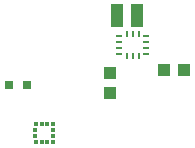
<source format=gbr>
G04 EAGLE Gerber RS-274X export*
G75*
%MOMM*%
%FSLAX34Y34*%
%LPD*%
%INSolderpaste Top*%
%IPPOS*%
%AMOC8*
5,1,8,0,0,1.08239X$1,22.5*%
G01*
%ADD10R,0.800000X0.800000*%
%ADD11R,1.100000X1.000000*%
%ADD12R,0.475000X0.250000*%
%ADD13R,0.250000X0.475000*%
%ADD14R,0.350000X0.375000*%
%ADD15R,0.375000X0.350000*%


D10*
X-89338Y115888D03*
X-104338Y115888D03*
D11*
X26425Y128588D03*
X43425Y128588D03*
D12*
X11625Y141725D03*
X11625Y146725D03*
X11625Y151725D03*
X11625Y156725D03*
D13*
X5000Y158350D03*
X0Y158350D03*
X-5000Y158350D03*
D12*
X-11625Y156725D03*
X-11625Y151725D03*
X-11625Y146725D03*
X-11625Y141725D03*
D13*
X-5000Y140100D03*
X0Y140100D03*
X5000Y140100D03*
D11*
X-19050Y108975D03*
X-19050Y125975D03*
X-13263Y169863D03*
X3738Y169863D03*
X-13263Y179388D03*
X3738Y179388D03*
D14*
X-67113Y82233D03*
X-72113Y82233D03*
X-77113Y82233D03*
X-82113Y82233D03*
X-82113Y66993D03*
X-77113Y66993D03*
X-72113Y66993D03*
X-67113Y66993D03*
D15*
X-82233Y77113D03*
X-82233Y72113D03*
X-66993Y72113D03*
X-66993Y77113D03*
M02*

</source>
